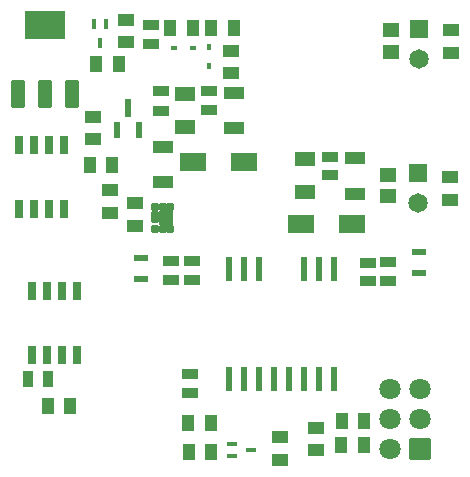
<source format=gbr>
%TF.GenerationSoftware,KiCad,Pcbnew,8.0.2*%
%TF.CreationDate,2024-06-14T21:27:27+05:30*%
%TF.ProjectId,gate driver circuit design,67617465-2064-4726-9976-657220636972,rev?*%
%TF.SameCoordinates,Original*%
%TF.FileFunction,Soldermask,Bot*%
%TF.FilePolarity,Negative*%
%FSLAX46Y46*%
G04 Gerber Fmt 4.6, Leading zero omitted, Abs format (unit mm)*
G04 Created by KiCad (PCBNEW 8.0.2) date 2024-06-14 21:27:27*
%MOMM*%
%LPD*%
G01*
G04 APERTURE LIST*
G04 Aperture macros list*
%AMRoundRect*
0 Rectangle with rounded corners*
0 $1 Rounding radius*
0 $2 $3 $4 $5 $6 $7 $8 $9 X,Y pos of 4 corners*
0 Add a 4 corners polygon primitive as box body*
4,1,4,$2,$3,$4,$5,$6,$7,$8,$9,$2,$3,0*
0 Add four circle primitives for the rounded corners*
1,1,$1+$1,$2,$3*
1,1,$1+$1,$4,$5*
1,1,$1+$1,$6,$7*
1,1,$1+$1,$8,$9*
0 Add four rect primitives between the rounded corners*
20,1,$1+$1,$2,$3,$4,$5,0*
20,1,$1+$1,$4,$5,$6,$7,0*
20,1,$1+$1,$6,$7,$8,$9,0*
20,1,$1+$1,$8,$9,$2,$3,0*%
G04 Aperture macros list end*
%ADD10R,1.650000X1.650000*%
%ADD11C,1.650000*%
%ADD12RoundRect,0.076200X0.825000X-0.825000X0.825000X0.825000X-0.825000X0.825000X-0.825000X-0.825000X0*%
%ADD13C,1.802400*%
%ADD14R,1.000000X1.450000*%
%ADD15R,1.450000X1.150000*%
%ADD16R,1.800000X1.050000*%
%ADD17RoundRect,0.102000X0.475000X1.075000X-0.475000X1.075000X-0.475000X-1.075000X0.475000X-1.075000X0*%
%ADD18RoundRect,0.102000X1.625000X1.075000X-1.625000X1.075000X-1.625000X-1.075000X1.625000X-1.075000X0*%
%ADD19R,1.250000X0.600000*%
%ADD20R,1.390000X0.960000*%
%ADD21R,1.450000X1.000000*%
%ADD22R,1.800000X1.150000*%
%ADD23R,0.650000X1.528000*%
%ADD24R,0.540000X0.420000*%
%ADD25R,0.420000X0.540000*%
%ADD26R,0.900000X0.400000*%
%ADD27R,2.300000X1.550000*%
%ADD28R,0.400000X0.900000*%
%ADD29R,0.558800X1.320800*%
%ADD30R,0.558800X1.587500*%
%ADD31R,0.910000X1.390000*%
%ADD32R,0.600000X2.000000*%
%ADD33RoundRect,0.102000X0.200000X-0.227500X0.200000X0.227500X-0.200000X0.227500X-0.200000X-0.227500X0*%
%ADD34RoundRect,0.102000X-0.200000X0.227500X-0.200000X-0.227500X0.200000X-0.227500X0.200000X0.227500X0*%
%ADD35RoundRect,0.102000X0.200000X-0.425000X0.200000X0.425000X-0.200000X0.425000X-0.200000X-0.425000X0*%
%ADD36RoundRect,0.102000X0.525000X-0.550000X0.525000X0.550000X-0.525000X0.550000X-0.525000X-0.550000X0*%
G04 APERTURE END LIST*
D10*
%TO.C,J103*%
X112691000Y-59982000D03*
D11*
X112691000Y-62522000D03*
%TD*%
D12*
%TO.C,J101*%
X112783000Y-83379000D03*
D13*
X110243000Y-83379000D03*
X112783000Y-80839000D03*
X110243000Y-80839000D03*
X112783000Y-78299000D03*
X110243000Y-78299000D03*
%TD*%
D10*
%TO.C,J102*%
X112705000Y-47812000D03*
D11*
X112705000Y-50352000D03*
%TD*%
D14*
%TO.C,R33*%
X106155000Y-83038000D03*
X108055000Y-83038000D03*
%TD*%
D15*
%TO.C,C40*%
X110337000Y-49737000D03*
X110337000Y-47937000D03*
%TD*%
D16*
%TO.C,R13*%
X91027000Y-60779000D03*
X91027000Y-57779000D03*
%TD*%
D17*
%TO.C,U2*%
X83391000Y-53300000D03*
X81091000Y-53300000D03*
X78791000Y-53300000D03*
D18*
X81091000Y-47500000D03*
%TD*%
D19*
%TO.C,C26*%
X89202000Y-67184000D03*
X89202000Y-68984000D03*
%TD*%
D14*
%TO.C,R24*%
X84889000Y-59339000D03*
X86789000Y-59339000D03*
%TD*%
D20*
%TO.C,C25*%
X90858000Y-53102000D03*
X90858000Y-54722000D03*
%TD*%
D14*
%TO.C,R30*%
X95106000Y-81179000D03*
X93206000Y-81179000D03*
%TD*%
D21*
%TO.C,R20*%
X86583000Y-61472000D03*
X86583000Y-63372000D03*
%TD*%
%TO.C,R19*%
X88676000Y-64463000D03*
X88676000Y-62563000D03*
%TD*%
D22*
%TO.C,R11*%
X92932000Y-56099000D03*
X92932000Y-53299000D03*
%TD*%
D19*
%TO.C,C18*%
X112712000Y-66702000D03*
X112712000Y-68502000D03*
%TD*%
D23*
%TO.C,U7*%
X83762000Y-75434000D03*
X82492000Y-75434000D03*
X81222000Y-75434000D03*
X79952000Y-75434000D03*
X79952000Y-70012000D03*
X81222000Y-70012000D03*
X82492000Y-70012000D03*
X83762000Y-70012000D03*
%TD*%
D21*
%TO.C,R14*%
X115412000Y-47939000D03*
X115412000Y-49839000D03*
%TD*%
D24*
%TO.C,D8*%
X91980000Y-49392000D03*
X93580000Y-49392000D03*
%TD*%
D16*
%TO.C,R7*%
X107308000Y-61751000D03*
X107308000Y-58751000D03*
%TD*%
D20*
%TO.C,C19*%
X110148000Y-67565000D03*
X110148000Y-69185000D03*
%TD*%
%TO.C,C23*%
X105217000Y-60200000D03*
X105217000Y-58620000D03*
%TD*%
D25*
%TO.C,D5*%
X94987000Y-49352000D03*
X94987000Y-50952000D03*
%TD*%
D20*
%TO.C,C34*%
X90012000Y-47518000D03*
X90012000Y-49098000D03*
%TD*%
D26*
%TO.C,Q4*%
X96884000Y-83968000D03*
X96884000Y-82968000D03*
X98484000Y-83468000D03*
%TD*%
D27*
%TO.C,D3*%
X107036000Y-64320000D03*
X102736000Y-64320000D03*
%TD*%
%TO.C,D4*%
X97910000Y-59052000D03*
X93610000Y-59052000D03*
%TD*%
D21*
%TO.C,R132*%
X103989000Y-81573000D03*
X103989000Y-83473000D03*
%TD*%
D20*
%TO.C,C22*%
X93321000Y-78676000D03*
X93321000Y-77056000D03*
%TD*%
D28*
%TO.C,Q3*%
X85251000Y-47376000D03*
X86251000Y-47376000D03*
X85751000Y-48976000D03*
%TD*%
D20*
%TO.C,C27*%
X93540000Y-67474000D03*
X93540000Y-69094000D03*
%TD*%
D21*
%TO.C,R28*%
X85179000Y-55250000D03*
X85179000Y-57150000D03*
%TD*%
D14*
%TO.C,R21*%
X87326000Y-50756000D03*
X85426000Y-50756000D03*
%TD*%
%TO.C,R26*%
X91672000Y-47755000D03*
X93572000Y-47755000D03*
%TD*%
%TO.C,R23*%
X81294000Y-79734000D03*
X83194000Y-79734000D03*
%TD*%
%TO.C,R34*%
X108081000Y-81033000D03*
X106181000Y-81033000D03*
%TD*%
D15*
%TO.C,C39*%
X110125000Y-61950000D03*
X110125000Y-60150000D03*
%TD*%
D21*
%TO.C,R12*%
X115391000Y-60377000D03*
X115391000Y-62277000D03*
%TD*%
%TO.C,R15*%
X96799000Y-51541000D03*
X96799000Y-49641000D03*
%TD*%
D16*
%TO.C,R10*%
X97041000Y-53239000D03*
X97041000Y-56239000D03*
%TD*%
D20*
%TO.C,C24*%
X94985000Y-53091000D03*
X94985000Y-54671000D03*
%TD*%
D22*
%TO.C,R8*%
X103126000Y-61628000D03*
X103126000Y-58828000D03*
%TD*%
D14*
%TO.C,R32*%
X95133000Y-83603000D03*
X93233000Y-83603000D03*
%TD*%
%TO.C,R18*%
X95150000Y-47762000D03*
X97050000Y-47762000D03*
%TD*%
D29*
%TO.C,U9*%
X89049501Y-56403000D03*
X87149499Y-56403000D03*
D30*
X88099500Y-54504350D03*
%TD*%
D23*
%TO.C,U8*%
X78883000Y-57617000D03*
X80153000Y-57617000D03*
X81423000Y-57617000D03*
X82693000Y-57617000D03*
X82693000Y-63039000D03*
X81423000Y-63039000D03*
X80153000Y-63039000D03*
X78883000Y-63039000D03*
%TD*%
D21*
%TO.C,R25*%
X87949000Y-47012000D03*
X87949000Y-48912000D03*
%TD*%
D20*
%TO.C,C20*%
X108383000Y-67604000D03*
X108383000Y-69184000D03*
%TD*%
D31*
%TO.C,C35*%
X79649000Y-77413000D03*
X81289000Y-77413000D03*
%TD*%
D21*
%TO.C,R31*%
X100970000Y-82384000D03*
X100970000Y-84284000D03*
%TD*%
D20*
%TO.C,C30*%
X91764000Y-67500000D03*
X91764000Y-69080000D03*
%TD*%
D32*
%TO.C,U6*%
X105507000Y-77412000D03*
X104237000Y-77412000D03*
X102967000Y-77412000D03*
X101697000Y-77412000D03*
X100427000Y-77412000D03*
X99157000Y-77412000D03*
X97887000Y-77412000D03*
X96617000Y-77412000D03*
X96617000Y-68112000D03*
X97887000Y-68112000D03*
X99157000Y-68112000D03*
X102967000Y-68112000D03*
X104237000Y-68112000D03*
X105507000Y-68112000D03*
%TD*%
D33*
%TO.C,Q1*%
X91677000Y-64735000D03*
X91027000Y-64735000D03*
X90377000Y-64735000D03*
D34*
X90377000Y-62890000D03*
X91027000Y-62890000D03*
X91677000Y-62890000D03*
D35*
X90377000Y-63716500D03*
D36*
X91352000Y-63812500D03*
%TD*%
M02*

</source>
